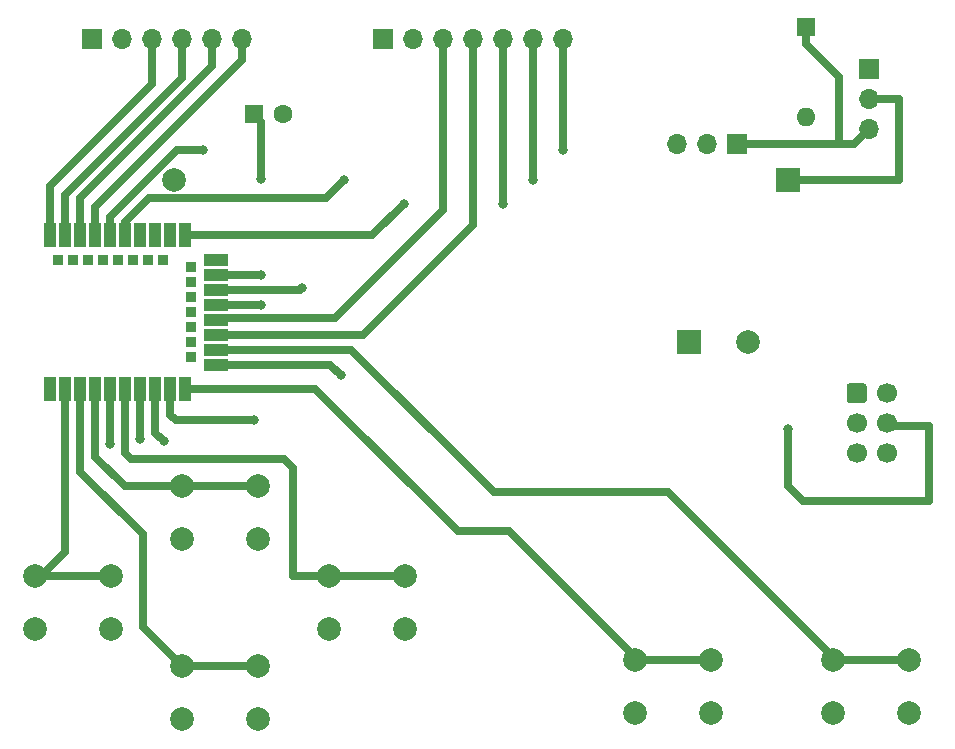
<source format=gtl>
G04 #@! TF.GenerationSoftware,KiCad,Pcbnew,5.1.9+dfsg1-1*
G04 #@! TF.CreationDate,2022-04-23T11:51:13+01:00*
G04 #@! TF.ProjectId,dmb2022,646d6232-3032-4322-9e6b-696361645f70,rev?*
G04 #@! TF.SameCoordinates,Original*
G04 #@! TF.FileFunction,Copper,L1,Top*
G04 #@! TF.FilePolarity,Positive*
%FSLAX46Y46*%
G04 Gerber Fmt 4.6, Leading zero omitted, Abs format (unit mm)*
G04 Created by KiCad (PCBNEW 5.1.9+dfsg1-1) date 2022-04-23 11:51:13*
%MOMM*%
%LPD*%
G01*
G04 APERTURE LIST*
G04 #@! TA.AperFunction,ComponentPad*
%ADD10O,1.600000X1.600000*%
G04 #@! TD*
G04 #@! TA.AperFunction,ComponentPad*
%ADD11R,1.600000X1.600000*%
G04 #@! TD*
G04 #@! TA.AperFunction,ComponentPad*
%ADD12R,2.000000X2.000000*%
G04 #@! TD*
G04 #@! TA.AperFunction,ComponentPad*
%ADD13C,2.000000*%
G04 #@! TD*
G04 #@! TA.AperFunction,ComponentPad*
%ADD14C,1.600000*%
G04 #@! TD*
G04 #@! TA.AperFunction,ComponentPad*
%ADD15O,1.700000X1.700000*%
G04 #@! TD*
G04 #@! TA.AperFunction,ComponentPad*
%ADD16R,1.700000X1.700000*%
G04 #@! TD*
G04 #@! TA.AperFunction,ComponentPad*
%ADD17C,1.700000*%
G04 #@! TD*
G04 #@! TA.AperFunction,SMDPad,CuDef*
%ADD18R,0.900000X0.900000*%
G04 #@! TD*
G04 #@! TA.AperFunction,SMDPad,CuDef*
%ADD19R,1.000000X2.000000*%
G04 #@! TD*
G04 #@! TA.AperFunction,SMDPad,CuDef*
%ADD20R,2.000000X1.000000*%
G04 #@! TD*
G04 #@! TA.AperFunction,ViaPad*
%ADD21C,0.800000*%
G04 #@! TD*
G04 #@! TA.AperFunction,Conductor*
%ADD22C,0.635000*%
G04 #@! TD*
G04 APERTURE END LIST*
D10*
X242062000Y-73914000D03*
D11*
X242062000Y-66294000D03*
D12*
X240538000Y-79248000D03*
D13*
X188548000Y-79248000D03*
D14*
X197826000Y-73660000D03*
D11*
X195326000Y-73660000D03*
D15*
X231140000Y-76200000D03*
X233680000Y-76200000D03*
D16*
X236220000Y-76200000D03*
D15*
X221488000Y-67310000D03*
X218948000Y-67310000D03*
X216408000Y-67310000D03*
X213868000Y-67310000D03*
X211328000Y-67310000D03*
X208788000Y-67310000D03*
D16*
X206248000Y-67310000D03*
D13*
X237156000Y-92964000D03*
D12*
X232156000Y-92964000D03*
D17*
X248920000Y-102362000D03*
X248920000Y-99822000D03*
X248920000Y-97282000D03*
X246380000Y-102362000D03*
X246380000Y-99822000D03*
G04 #@! TA.AperFunction,ComponentPad*
G36*
G01*
X245530000Y-97882000D02*
X245530000Y-96682000D01*
G75*
G02*
X245780000Y-96432000I250000J0D01*
G01*
X246980000Y-96432000D01*
G75*
G02*
X247230000Y-96682000I0J-250000D01*
G01*
X247230000Y-97882000D01*
G75*
G02*
X246980000Y-98132000I-250000J0D01*
G01*
X245780000Y-98132000D01*
G75*
G02*
X245530000Y-97882000I0J250000D01*
G01*
G37*
G04 #@! TD.AperFunction*
D15*
X194310000Y-67310000D03*
X191770000Y-67310000D03*
X189230000Y-67310000D03*
X186690000Y-67310000D03*
X184150000Y-67310000D03*
D16*
X181610000Y-67310000D03*
D18*
X178739000Y-86024000D03*
X180009000Y-86024000D03*
X181279000Y-86024000D03*
X182549000Y-86024000D03*
X183819000Y-86024000D03*
X185089000Y-86024000D03*
X186359000Y-86024000D03*
X187629000Y-86024000D03*
X190034000Y-86614000D03*
X190034000Y-87884000D03*
X190034000Y-89154000D03*
X190034000Y-90424000D03*
X190034000Y-91694000D03*
X190034000Y-92964000D03*
X190034000Y-94234000D03*
D19*
X178104000Y-83924000D03*
X179374000Y-83924000D03*
X180644000Y-83924000D03*
X181914000Y-83924000D03*
X183184000Y-83924000D03*
X184454000Y-83924000D03*
X185724000Y-83924000D03*
X186994000Y-83924000D03*
X188264000Y-83924000D03*
X189534000Y-83924000D03*
X178104000Y-96924000D03*
X179374000Y-96924000D03*
X180644000Y-96924000D03*
X181914000Y-96924000D03*
X183184000Y-96924000D03*
X184454000Y-96924000D03*
X185724000Y-96924000D03*
X186994000Y-96924000D03*
X188264000Y-96924000D03*
X189534000Y-96924000D03*
D20*
X192134000Y-85974000D03*
X192134000Y-87244000D03*
X192134000Y-88514000D03*
X192134000Y-89784000D03*
X192134000Y-91054000D03*
X192134000Y-92324000D03*
X192134000Y-93594000D03*
X192134000Y-94864000D03*
D13*
X195730000Y-105156000D03*
X195730000Y-109656000D03*
X189230000Y-105156000D03*
X189230000Y-109656000D03*
D15*
X247396000Y-74930000D03*
X247396000Y-72390000D03*
D16*
X247396000Y-69850000D03*
D13*
X208176000Y-112776000D03*
X208176000Y-117276000D03*
X201676000Y-112776000D03*
X201676000Y-117276000D03*
X183284000Y-112776000D03*
X183284000Y-117276000D03*
X176784000Y-112776000D03*
X176784000Y-117276000D03*
X195730000Y-120396000D03*
X195730000Y-124896000D03*
X189230000Y-120396000D03*
X189230000Y-124896000D03*
X234084000Y-119888000D03*
X234084000Y-124388000D03*
X227584000Y-119888000D03*
X227584000Y-124388000D03*
X250848000Y-119888000D03*
X250848000Y-124388000D03*
X244348000Y-119888000D03*
X244348000Y-124388000D03*
D21*
X191008000Y-76708000D03*
X221488000Y-76708000D03*
X202946000Y-79248000D03*
X218948000Y-79248000D03*
X202692000Y-95758000D03*
X187706000Y-101346000D03*
X240538000Y-100330000D03*
X185674000Y-101190500D03*
X195326000Y-99568000D03*
X195966000Y-89784000D03*
X195966000Y-79126000D03*
X195966000Y-87244000D03*
X183134000Y-101600000D03*
X199390000Y-88392000D03*
X208026000Y-81280000D03*
X216408000Y-81280000D03*
D22*
X180644000Y-96924000D02*
X180644000Y-103936000D01*
X180644000Y-103936000D02*
X185928000Y-109220000D01*
X185928000Y-109220000D02*
X185928000Y-117094000D01*
X185928000Y-117094000D02*
X189230000Y-120396000D01*
X189230000Y-120396000D02*
X195580000Y-120396000D01*
X183284000Y-112776000D02*
X176784000Y-112776000D01*
X179374000Y-96924000D02*
X179374000Y-110694000D01*
X179374000Y-110694000D02*
X177292000Y-112776000D01*
X177292000Y-112776000D02*
X176784000Y-112776000D01*
X205921902Y-112776000D02*
X208026000Y-112776000D01*
X198628000Y-112776000D02*
X205921902Y-112776000D01*
X198628000Y-103632000D02*
X198628000Y-112776000D01*
X197866000Y-102870000D02*
X198628000Y-103632000D01*
X184912000Y-102870000D02*
X197866000Y-102870000D01*
X184404000Y-102362000D02*
X184912000Y-102870000D01*
X184404000Y-98135502D02*
X184404000Y-102362000D01*
X184454000Y-98085502D02*
X184404000Y-98135502D01*
X184454000Y-96924000D02*
X184454000Y-98085502D01*
X183184000Y-82366098D02*
X188842098Y-76708000D01*
X183184000Y-83924000D02*
X183184000Y-82366098D01*
X188842098Y-76708000D02*
X191008000Y-76708000D01*
X221488000Y-76708000D02*
X221488000Y-67310000D01*
X186450997Y-80765501D02*
X201428499Y-80765501D01*
X184454000Y-82762498D02*
X186450997Y-80765501D01*
X184454000Y-83924000D02*
X184454000Y-82762498D01*
X201428499Y-80765501D02*
X202946000Y-79248000D01*
X218948000Y-79248000D02*
X218948000Y-67310000D01*
X189230000Y-105156000D02*
X195580000Y-105156000D01*
X188976000Y-104902000D02*
X189230000Y-105156000D01*
X188722000Y-105156000D02*
X188976000Y-104902000D01*
X184404000Y-105156000D02*
X188722000Y-105156000D01*
X181914000Y-102666000D02*
X184404000Y-105156000D01*
X181914000Y-96924000D02*
X181914000Y-102666000D01*
X193040000Y-90932000D02*
X202184000Y-90932000D01*
X192918000Y-91054000D02*
X193040000Y-90932000D01*
X192134000Y-91054000D02*
X192918000Y-91054000D01*
X202184000Y-90932000D02*
X211328000Y-81788000D01*
X211328000Y-81788000D02*
X211328000Y-67310000D01*
X192134000Y-92324000D02*
X201554000Y-92324000D01*
X201554000Y-92324000D02*
X204602000Y-92324000D01*
X204602000Y-92324000D02*
X213868000Y-83058000D01*
X213868000Y-83058000D02*
X213868000Y-67310000D01*
X192134000Y-94864000D02*
X201798000Y-94864000D01*
X201798000Y-94864000D02*
X202692000Y-95758000D01*
X181914000Y-83924000D02*
X181914000Y-81484000D01*
X181914000Y-81484000D02*
X194310000Y-69088000D01*
X194310000Y-69088000D02*
X194310000Y-67310000D01*
X180644000Y-83924000D02*
X180644000Y-82289000D01*
X180644000Y-82289000D02*
X180644000Y-80722000D01*
X180644000Y-80722000D02*
X191770000Y-69596000D01*
X191770000Y-69596000D02*
X191770000Y-67310000D01*
X179374000Y-83924000D02*
X179374000Y-80468000D01*
X179374000Y-80468000D02*
X189230000Y-70612000D01*
X189230000Y-70612000D02*
X189230000Y-67310000D01*
X178104000Y-83924000D02*
X178104000Y-79706000D01*
X178104000Y-79706000D02*
X186690000Y-71120000D01*
X186690000Y-71120000D02*
X186690000Y-67310000D01*
X192134000Y-93594000D02*
X203576000Y-93594000D01*
X203576000Y-93594000D02*
X213868000Y-103886000D01*
X213868000Y-103886000D02*
X215646000Y-105664000D01*
X215646000Y-105664000D02*
X230378000Y-105664000D01*
X230378000Y-105664000D02*
X244348000Y-119634000D01*
X244348000Y-119634000D02*
X244602000Y-119888000D01*
X244602000Y-119888000D02*
X250952000Y-119888000D01*
X227838000Y-119888000D02*
X234188000Y-119888000D01*
X216916000Y-108966000D02*
X227838000Y-119888000D01*
X212598000Y-108966000D02*
X216916000Y-108966000D01*
X200556000Y-96924000D02*
X212598000Y-108966000D01*
X189534000Y-96924000D02*
X200556000Y-96924000D01*
X186994000Y-96924000D02*
X186994000Y-100634000D01*
X186994000Y-100634000D02*
X187706000Y-101346000D01*
X240538000Y-100330000D02*
X240538000Y-105156000D01*
X240538000Y-105156000D02*
X241808000Y-106426000D01*
X241808000Y-106426000D02*
X252476000Y-106426000D01*
X252476000Y-106426000D02*
X252476000Y-100076000D01*
X252476000Y-100076000D02*
X248920000Y-100076000D01*
X248920000Y-100076000D02*
X249174000Y-99822000D01*
X248920000Y-99822000D02*
X248920000Y-100076000D01*
X185674000Y-96774000D02*
X185674000Y-101190500D01*
X188264000Y-96924000D02*
X188264000Y-99110000D01*
X188264000Y-99110000D02*
X188722000Y-99568000D01*
X188722000Y-99568000D02*
X195326000Y-99568000D01*
X240538000Y-79248000D02*
X249936000Y-79248000D01*
X249936000Y-79248000D02*
X249936000Y-72390000D01*
X249936000Y-72390000D02*
X247142000Y-72390000D01*
X192134000Y-89784000D02*
X195966000Y-89784000D01*
X195966000Y-79126000D02*
X195966000Y-74300000D01*
X195966000Y-74300000D02*
X195326000Y-73660000D01*
X192134000Y-87244000D02*
X195966000Y-87244000D01*
X183184000Y-101550000D02*
X183134000Y-101600000D01*
X183184000Y-96924000D02*
X183184000Y-101550000D01*
X199268000Y-88514000D02*
X199390000Y-88392000D01*
X192134000Y-88514000D02*
X199268000Y-88514000D01*
X189534000Y-83924000D02*
X205382000Y-83924000D01*
X205382000Y-83924000D02*
X208026000Y-81280000D01*
X216408000Y-81280000D02*
X216408000Y-67310000D01*
X246126000Y-76200000D02*
X247396000Y-74930000D01*
X244856000Y-70473000D02*
X244856000Y-76200000D01*
X244856000Y-76200000D02*
X246126000Y-76200000D01*
X236220000Y-76200000D02*
X244856000Y-76200000D01*
X242062000Y-67679000D02*
X244856000Y-70473000D01*
X242062000Y-66294000D02*
X242062000Y-67679000D01*
M02*

</source>
